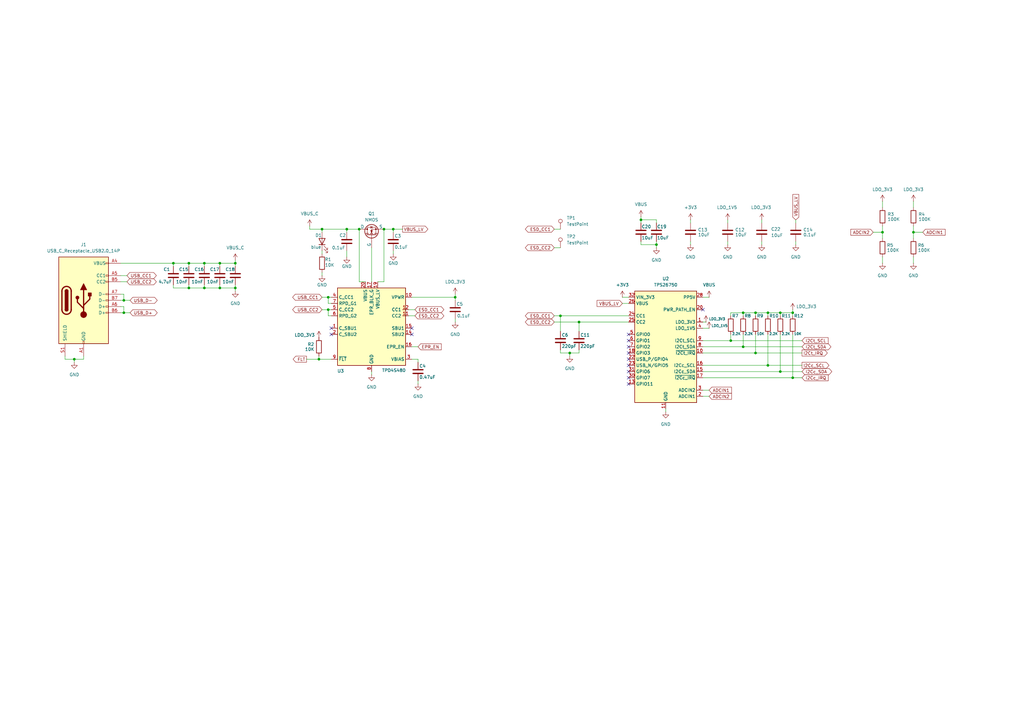
<source format=kicad_sch>
(kicad_sch (version 20250114) (generator "eeschema") (generator_version "9.0")
  (paper "A3")
  (lib_symbols
    (symbol "Connector:TestPoint" (pin_numbers (hide yes)) (pin_names (offset 0.762) (hide yes))
      (property "Reference" "TP" (at 0 6.858 0))
      (property "Value" "TestPoint" (at 0 5.08 0))
      (symbol "TestPoint_0_1"
        (circle (center 0 3.302) (radius 0.762))
      )
      (symbol "TestPoint_1_1"
        (pin passive line (at 0 0 90) (length 2.54) (name "1") (number "1"))
      )
    )
    (symbol "Connector:USB_C_Receptacle_USB2.0_14P" (pin_names (offset 1.016))
      (property "Reference" "J" (at 0 22.225 0))
      (property "Value" "USB_C_Receptacle_USB2.0_14P" (at 0 19.685 0))
      (symbol "USB_C_Receptacle_USB2.0_14P_0_0"
        (rectangle (start -0.254 -17.78) (end 0.254 -16.764))
        (rectangle (start 10.16 15.494) (end 9.144 14.986))
        (rectangle (start 10.16 10.414) (end 9.144 9.906))
        (rectangle (start 10.16 7.874) (end 9.144 7.366))
        (rectangle (start 10.16 2.794) (end 9.144 2.286))
        (rectangle (start 10.16 0.254) (end 9.144 -0.254))
        (rectangle (start 10.16 -2.286) (end 9.144 -2.794))
        (rectangle (start 10.16 -4.826) (end 9.144 -5.334))
      )
      (symbol "USB_C_Receptacle_USB2.0_14P_0_1"
        (rectangle (start -10.16 17.78) (end 10.16 -17.78) (stroke (width 0.254)) (fill (type background)))
        (polyline (pts (xy -8.89 -3.81) (xy -8.89 3.81)) (stroke (width 0.508)))
        (rectangle (start -7.62 -3.81) (end -6.35 3.81) (stroke (width 0.254)) (fill (type outline)))
        (arc (start -7.62 3.81) (mid -6.985 4.4423) (end -6.35 3.81) (stroke (width 0.254)))
        (arc (start -7.62 3.81) (mid -6.985 4.4423) (end -6.35 3.81) (stroke (width 0.254)) (fill (type outline)))
        (arc (start -8.89 3.81) (mid -6.985 5.7067) (end -5.08 3.81) (stroke (width 0.508)))
        (arc (start -5.08 -3.81) (mid -6.985 -5.7067) (end -8.89 -3.81) (stroke (width 0.508)))
        (arc (start -6.35 -3.81) (mid -6.985 -4.4423) (end -7.62 -3.81) (stroke (width 0.254)))
        (arc (start -6.35 -3.81) (mid -6.985 -4.4423) (end -7.62 -3.81) (stroke (width 0.254)) (fill (type outline)))
        (polyline (pts (xy -5.08 3.81) (xy -5.08 -3.81)) (stroke (width 0.508)))
        (circle (center -2.54 1.143) (radius 0.635) (stroke (width 0.254)) (fill (type outline)))
        (polyline (pts (xy -1.27 4.318) (xy 0 6.858) (xy 1.27 4.318) (xy -1.27 4.318)) (stroke (width 0.254)) (fill (type outline)))
        (polyline (pts (xy 0 -2.032) (xy 2.54 0.508) (xy 2.54 1.778)) (stroke (width 0.508)))
        (polyline (pts (xy 0 -3.302) (xy -2.54 -0.762) (xy -2.54 0.508)) (stroke (width 0.508)))
        (polyline (pts (xy 0 -5.842) (xy 0 4.318)) (stroke (width 0.508)))
        (circle (center 0 -5.842) (radius 1.27) (fill (type outline)))
        (rectangle (start 1.905 1.778) (end 3.175 3.048) (stroke (width 0.254)) (fill (type outline)))
      )
      (symbol "USB_C_Receptacle_USB2.0_14P_1_1"
        (pin passive line (at -7.62 -22.86 90) (length 5.08) (name "SHIELD") (number "S1"))
        (pin passive line (at 0 -22.86 90) (length 5.08) (name "GND") (number "A1"))
        (pin passive line (at 0 -22.86 90) (length 5.08) (hide yes) (name "GND") (number "A12"))
        (pin passive line (at 0 -22.86 90) (length 5.08) (hide yes) (name "GND") (number "B1"))
        (pin passive line (at 0 -22.86 90) (length 5.08) (hide yes) (name "GND") (number "B12"))
        (pin passive line (at 15.24 15.24 180) (length 5.08) (name "VBUS") (number "A4"))
        (pin passive line (at 15.24 15.24 180) (length 5.08) (hide yes) (name "VBUS") (number "A9"))
        (pin passive line (at 15.24 15.24 180) (length 5.08) (hide yes) (name "VBUS") (number "B4"))
        (pin passive line (at 15.24 15.24 180) (length 5.08) (hide yes) (name "VBUS") (number "B9"))
        (pin bidirectional line (at 15.24 10.16 180) (length 5.08) (name "CC1") (number "A5"))
        (pin bidirectional line (at 15.24 7.62 180) (length 5.08) (name "CC2") (number "B5"))
        (pin bidirectional line (at 15.24 2.54 180) (length 5.08) (name "D-") (number "A7"))
        (pin bidirectional line (at 15.24 0 180) (length 5.08) (name "D-") (number "B7"))
        (pin bidirectional line (at 15.24 -2.54 180) (length 5.08) (name "D+") (number "A6"))
        (pin bidirectional line (at 15.24 -5.08 180) (length 5.08) (name "D+") (number "B6"))
      )
    )
    (symbol "Device:C" (pin_numbers (hide yes)) (pin_names (offset 0.254))
      (property "Reference" "C" (at 0.635 2.54 0))
      (property "Value" "C" (at 0.635 -2.54 0))
      (symbol "C_0_1"
        (polyline (pts (xy -2.032 0.762) (xy 2.032 0.762)) (stroke (width 0.508)))
        (polyline (pts (xy -2.032 -0.762) (xy 2.032 -0.762)) (stroke (width 0.508)))
      )
      (symbol "C_1_1"
        (pin passive line (at 0 3.81 270) (length 2.794) (name "~") (number "1"))
        (pin passive line (at 0 -3.81 90) (length 2.794) (name "~") (number "2"))
      )
    )
    (symbol "Device:LED" (pin_numbers (hide yes)) (pin_names (offset 1.016) (hide yes))
      (property "Reference" "D" (at 0 2.54 0))
      (property "Value" "LED" (at 0 -2.54 0))
      (symbol "LED_0_1"
        (polyline (pts (xy -3.048 -0.762) (xy -4.572 -2.286) (xy -3.81 -2.286) (xy -4.572 -2.286) (xy -4.572 -1.524)))
        (polyline (pts (xy -1.778 -0.762) (xy -3.302 -2.286) (xy -2.54 -2.286) (xy -3.302 -2.286) (xy -3.302 -1.524)))
        (polyline (pts (xy -1.27 0) (xy 1.27 0)))
        (polyline (pts (xy -1.27 -1.27) (xy -1.27 1.27)) (stroke (width 0.254)))
        (polyline (pts (xy 1.27 -1.27) (xy 1.27 1.27) (xy -1.27 0) (xy 1.27 -1.27)) (stroke (width 0.254)))
      )
      (symbol "LED_1_1"
        (pin passive line (at -3.81 0 0) (length 2.54) (name "K") (number "1"))
        (pin passive line (at 3.81 0 180) (length 2.54) (name "A") (number "2"))
      )
    )
    (symbol "Device:R" (pin_numbers (hide yes)) (pin_names (offset 0))
      (property "Reference" "R" (at 2.032 0 90))
      (property "Value" "R" (at 0 0 90))
      (symbol "R_0_1"
        (rectangle (start -1.016 -2.54) (end 1.016 2.54) (stroke (width 0.254)))
      )
      (symbol "R_1_1"
        (pin passive line (at 0 3.81 270) (length 1.27) (name "~") (number "1"))
        (pin passive line (at 0 -3.81 90) (length 1.27) (name "~") (number "2"))
      )
    )
    (symbol "Simulation_SPICE:NMOS" (pin_numbers (hide yes)) (pin_names (offset 0))
      (property "Reference" "Q" (at 5.08 1.27 0))
      (property "Value" "NMOS" (at 5.08 -1.27 0))
      (symbol "NMOS_0_1"
        (polyline (pts (xy 0.254 1.905) (xy 0.254 -1.905)) (stroke (width 0.254)))
        (polyline (pts (xy 0.254 0) (xy -2.54 0)))
        (polyline (pts (xy 0.762 2.286) (xy 0.762 1.27)) (stroke (width 0.254)))
        (polyline (pts (xy 0.762 0.508) (xy 0.762 -0.508)) (stroke (width 0.254)))
        (polyline (pts (xy 0.762 -1.27) (xy 0.762 -2.286)) (stroke (width 0.254)))
        (polyline (pts (xy 0.762 -1.778) (xy 3.302 -1.778) (xy 3.302 1.778) (xy 0.762 1.778)))
        (polyline (pts (xy 1.016 0) (xy 2.032 0.381) (xy 2.032 -0.381) (xy 1.016 0)) (fill (type outline)))
        (circle (center 1.651 0) (radius 2.794) (stroke (width 0.254)))
        (polyline (pts (xy 2.54 2.54) (xy 2.54 1.778)))
        (circle (center 2.54 1.778) (radius 0.254) (fill (type outline)))
        (circle (center 2.54 -1.778) (radius 0.254) (fill (type outline)))
        (polyline (pts (xy 2.54 -2.54) (xy 2.54 0) (xy 0.762 0)))
        (polyline (pts (xy 2.794 0.508) (xy 2.921 0.381) (xy 3.683 0.381) (xy 3.81 0.254)))
        (polyline (pts (xy 3.302 0.381) (xy 2.921 -0.254) (xy 3.683 -0.254) (xy 3.302 0.381)))
      )
      (symbol "NMOS_1_1"
        (pin input line (at -5.08 0 0) (length 2.54) (name "G") (number "2"))
        (pin passive line (at 2.54 5.08 270) (length 2.54) (name "D") (number "1"))
        (pin passive line (at 2.54 -5.08 90) (length 2.54) (name "S") (number "3"))
      )
    )
    (symbol "kai-library:TPD4S480"
      (property "Reference" "U" (at -9.398 23.114 0))
      (property "Value" "TPD4S480" (at 12.954 -28.956 0))
      (symbol "TPD4S480_0_1"
        (rectangle (start -10.16 21.59) (end 17.78 -10.16) (stroke (width 0.254)) (fill (type background)))
      )
      (symbol "TPD4S480_1_1"
        (pin bidirectional line (at -12.7 17.78 0) (length 2.54) (name "C_CC1") (number "4"))
        (pin bidirectional line (at -12.7 15.24 0) (length 2.54) (name "RPD_G1") (number "7"))
        (pin bidirectional line (at -12.7 12.7 0) (length 2.54) (name "C_CC2") (number "5"))
        (pin bidirectional line (at -12.7 10.16 0) (length 2.54) (name "RPD_G2") (number "6"))
        (pin bidirectional line (at -12.7 5.08 0) (length 2.54) (name "C_SBU1") (number "1"))
        (pin bidirectional line (at -12.7 2.54 0) (length 2.54) (name "C_SBU2") (number "2"))
        (pin open_collector line (at -12.7 -7.62 0) (length 2.54) (name "~{FLT}") (number "9"))
        (pin passive line (at -3.81 -12.7 90) (length 2.54) (hide yes) (name "GND") (number "13"))
        (pin passive line (at -3.81 -12.7 90) (length 2.54) (hide yes) (name "GND") (number "16"))
        (pin passive line (at 0 -12.7 90) (length 2.54) (hide yes) (name "GND") (number "17"))
        (pin passive line (at 0 -12.7 90) (length 2.54) (hide yes) (name "GND") (number "18"))
        (pin passive line (at 0 -12.7 90) (length 2.54) (hide yes) (name "GND") (number "21"))
        (pin output line (at 1.27 24.13 270) (length 2.54) (name "VBUS") (number "20"))
        (pin output line (at 3.81 24.13 270) (length 2.54) (name "EPR_BLK_G") (number "17"))
        (pin power_in line (at 3.81 -12.7 90) (length 2.54) (name "GND") (number "8"))
        (pin output line (at 6.35 24.13 270) (length 2.54) (name "VBUS_LV") (number "19"))
        (pin bidirectional line (at 19.05 12.7 180) (length 2.54) (name "CC1") (number "12"))
        (pin bidirectional line (at 19.05 10.16 180) (length 2.54) (name "CC2") (number "11"))
        (pin power_in line (at 20.32 17.78 180) (length 2.54) (name "VPWR") (number "10"))
        (pin bidirectional line (at 20.32 5.08 180) (length 2.54) (name "SBU1") (number "15"))
        (pin bidirectional line (at 20.32 2.54 180) (length 2.54) (name "SBU2") (number "14"))
        (pin input line (at 20.32 -2.54 180) (length 2.54) (name "EPR_EN") (number "16"))
        (pin passive line (at 20.32 -7.62 180) (length 2.54) (name "VBIAS") (number "3"))
      )
    )
    (symbol "kai-library:TPS26750"
      (property "Reference" "U" (at -12.192 19.304 0))
      (property "Value" "TPS26750" (at 8.382 -34.798 0))
      (symbol "TPS26750_1_1"
        (rectangle (start -12.7 17.78) (end 12.7 -27.94) (stroke (width 0.254)) (fill (type background)))
        (pin power_in line (at -15.24 15.24 0) (length 2.54) (name "VIN_3V3") (number "32"))
        (pin power_in line (at -15.24 12.7 0) (length 2.54) (name "VBUS") (number "26"))
        (pin bidirectional line (at -15.24 7.62 0) (length 2.54) (name "CC1") (number "24"))
        (pin bidirectional line (at -15.24 5.08 0) (length 2.54) (name "CC2") (number "25"))
        (pin bidirectional line (at -15.24 0 0) (length 2.54) (name "GPIO0") (number "5"))
        (pin bidirectional line (at -15.24 -2.54 0) (length 2.54) (name "GPIO1") (number "6"))
        (pin bidirectional line (at -15.24 -5.08 0) (length 2.54) (name "GPIO2") (number "7"))
        (pin bidirectional line (at -15.24 -7.62 0) (length 2.54) (name "GPIO3") (number "18"))
        (pin bidirectional line (at -15.24 -10.16 0) (length 2.54) (name "USB_P/GPIO4") (number "22"))
        (pin bidirectional line (at -15.24 -12.7 0) (length 2.54) (name "USB_N/GPIO5") (number "23"))
        (pin bidirectional line (at -15.24 -15.24 0) (length 2.54) (name "GPIO6") (number "31"))
        (pin bidirectional line (at -15.24 -17.78 0) (length 2.54) (name "GPIO7") (number "30"))
        (pin output line (at -15.24 -20.32 0) (length 2.54) (name "GPIO11") (number "13"))
        (pin power_in line (at 0 -30.48 90) (length 2.54) (name "GND") (number "11"))
        (pin passive line (at 0 -30.48 90) (length 2.54) (hide yes) (name "GND") (number "12"))
        (pin passive line (at 0 -30.48 90) (length 2.54) (hide yes) (name "GND") (number "14"))
        (pin passive line (at 0 -30.48 90) (length 2.54) (hide yes) (name "GND") (number "16"))
        (pin passive line (at 0 -30.48 90) (length 2.54) (hide yes) (name "GND") (number "17"))
        (pin passive line (at 0 -30.48 90) (length 2.54) (hide yes) (name "GND") (number "31"))
        (pin passive line (at 0 -30.48 90) (length 2.54) (hide yes) (name "GND") (number "34"))
        (pin passive line (at 0 -30.48 90) (length 2.54) (hide yes) (name "GND") (number "39"))
        (pin power_in line (at 15.24 15.24 180) (length 2.54) (name "PP5V") (number "28"))
        (pin output line (at 15.24 10.16 180) (length 2.54) (name "PWR_PATH_EN") (number "20"))
        (pin power_out line (at 15.24 5.08 180) (length 2.54) (name "LDO_3V3") (number "1"))
        (pin power_out line (at 15.24 2.54 180) (length 2.54) (name "LDO_1V5") (number "4"))
        (pin input line (at 15.24 -2.54 180) (length 2.54) (name "I2Ct_SCL") (number "9"))
        (pin bidirectional line (at 15.24 -5.08 180) (length 2.54) (name "I2Ct_SDA") (number "8"))
        (pin output line (at 15.24 -7.62 180) (length 2.54) (name "~{I2Ct_IRQ}") (number "10"))
        (pin output line (at 15.24 -12.7 180) (length 2.54) (name "I2Cc_SCL") (number "16"))
        (pin bidirectional line (at 15.24 -15.24 180) (length 2.54) (name "I2Cc_SDA") (number "15"))
        (pin input line (at 15.24 -17.78 180) (length 2.54) (name "~{I2Cc_IRQ}") (number "17"))
        (pin input line (at 15.24 -22.86 180) (length 2.54) (name "ADCIN2") (number "3"))
        (pin input line (at 15.24 -25.4 180) (length 2.54) (name "ADCIN1") (number "2"))
      )
    )
    (symbol "power:+3V3" (power) (pin_numbers (hide yes)) (pin_names (offset 0) (hide yes))
      (property "Value" "+3V3" (at 0 3.556 0))
      (symbol "+3V3_0_1"
        (polyline (pts (xy -0.762 1.27) (xy 0 2.54)))
        (polyline (pts (xy 0 2.54) (xy 0.762 1.27)))
        (polyline (pts (xy 0 0) (xy 0 2.54)))
      )
      (symbol "+3V3_1_1"
        (pin power_in line (at 0 0 90) (length 0) (name "~") (number "1"))
      )
    )
    (symbol "power:GND" (power) (pin_numbers (hide yes)) (pin_names (offset 0) (hide yes))
      (property "Value" "GND" (at 0 -3.81 0))
      (symbol "GND_0_1"
        (polyline (pts (xy 0 0) (xy 0 -1.27) (xy 1.27 -1.27) (xy 0 -2.54) (xy -1.27 -1.27) (xy 0 -1.27)))
      )
      (symbol "GND_1_1"
        (pin power_in line (at 0 0 270) (length 0) (name "~") (number "1"))
      )
    )
    (symbol "power:VBUS" (power) (pin_numbers (hide yes)) (pin_names (offset 0) (hide yes))
      (property "Value" "VBUS" (at 0 3.556 0))
      (symbol "VBUS_0_1"
        (polyline (pts (xy -0.762 1.27) (xy 0 2.54)))
        (polyline (pts (xy 0 2.54) (xy 0.762 1.27)))
        (polyline (pts (xy 0 0) (xy 0 2.54)))
      )
      (symbol "VBUS_1_1"
        (pin power_in line (at 0 0 90) (length 0) (name "~") (number "1"))
      )
    )
  )
  (junction (at 229.87 129.54))
  (junction (at 374.65 95.25))
  (junction (at 134.62 121.92))
  (junction (at 157.48 93.98))
  (junction (at 132.08 93.98))
  (junction (at 96.52 118.11))
  (junction (at 142.24 93.98))
  (junction (at 320.04 152.4))
  (junction (at 309.88 144.78))
  (junction (at 314.96 149.86))
  (junction (at 134.62 127))
  (junction (at 147.32 93.98))
  (junction (at 30.48 147.32))
  (junction (at 304.8 128.27))
  (junction (at 237.49 132.08))
  (junction (at 77.47 107.95))
  (junction (at 325.12 154.94))
  (junction (at 50.8 123.19))
  (junction (at 325.12 128.27))
  (junction (at 320.04 128.27))
  (junction (at 309.88 128.27))
  (junction (at 50.8 128.27))
  (junction (at 186.69 121.92))
  (junction (at 262.89 90.17))
  (junction (at 90.17 107.95))
  (junction (at 304.8 142.24))
  (junction (at 83.82 118.11))
  (junction (at 83.82 107.95))
  (junction (at 299.72 139.7))
  (junction (at 314.96 128.27))
  (junction (at 90.17 118.11))
  (junction (at 71.12 107.95))
  (junction (at 130.81 147.32))
  (junction (at 269.24 100.33))
  (junction (at 361.95 95.25))
  (junction (at 161.29 93.98))
  (junction (at 233.68 144.78))
  (junction (at 96.52 107.95))
  (junction (at 77.47 118.11))
  (no_connect (at 257.81 149.86))
  (no_connect (at 257.81 144.78))
  (no_connect (at 257.81 157.48))
  (no_connect (at 257.81 152.4))
  (no_connect (at 288.29 127))
  (no_connect (at 168.91 134.62))
  (no_connect (at 135.89 134.62))
  (no_connect (at 257.81 137.16))
  (no_connect (at 135.89 137.16))
  (no_connect (at 257.81 154.94))
  (no_connect (at 168.91 137.16))
  (no_connect (at 257.81 139.7))
  (no_connect (at 257.81 142.24))
  (no_connect (at 257.81 147.32))
  (wire (pts (xy 132.08 127) (xy 134.62 127)))
  (wire (pts (xy 378.46 95.25) (xy 374.65 95.25)))
  (wire (pts (xy 161.29 93.98) (xy 161.29 95.25)))
  (wire (pts (xy 325.12 128.27) (xy 320.04 128.27)))
  (wire (pts (xy 186.69 132.08) (xy 186.69 130.81)))
  (wire (pts (xy 83.82 107.95) (xy 77.47 107.95)))
  (wire (pts (xy 229.87 129.54) (xy 229.87 135.89)))
  (wire (pts (xy 290.83 162.56) (xy 288.29 162.56)))
  (wire (pts (xy 237.49 132.08) (xy 257.81 132.08)))
  (wire (pts (xy 374.65 95.25) (xy 374.65 97.79)))
  (wire (pts (xy 125.73 147.32) (xy 130.81 147.32)))
  (wire (pts (xy 135.89 129.54) (xy 134.62 129.54)))
  (wire (pts (xy 52.07 115.57) (xy 49.53 115.57)))
  (wire (pts (xy 134.62 121.92) (xy 135.89 121.92)))
  (wire (pts (xy 127 92.71) (xy 127 93.98)))
  (wire (pts (xy 262.89 90.17) (xy 262.89 91.44)))
  (wire (pts (xy 52.07 113.03) (xy 49.53 113.03)))
  (wire (pts (xy 309.88 137.16) (xy 309.88 144.78)))
  (wire (pts (xy 320.04 128.27) (xy 314.96 128.27)))
  (wire (pts (xy 132.08 93.98) (xy 142.24 93.98)))
  (wire (pts (xy 298.45 90.17) (xy 298.45 91.44)))
  (wire (pts (xy 314.96 128.27) (xy 314.96 129.54)))
  (wire (pts (xy 83.82 107.95) (xy 83.82 109.22)))
  (wire (pts (xy 71.12 109.22) (xy 71.12 107.95)))
  (wire (pts (xy 170.18 127) (xy 167.64 127)))
  (wire (pts (xy 358.14 95.25) (xy 361.95 95.25)))
  (wire (pts (xy 96.52 106.68) (xy 96.52 107.95)))
  (wire (pts (xy 90.17 107.95) (xy 90.17 109.22)))
  (wire (pts (xy 290.83 160.02) (xy 288.29 160.02)))
  (wire (pts (xy 152.4 153.67) (xy 152.4 152.4)))
  (wire (pts (xy 132.08 121.92) (xy 134.62 121.92)))
  (wire (pts (xy 269.24 100.33) (xy 269.24 101.6)))
  (wire (pts (xy 325.12 137.16) (xy 325.12 154.94)))
  (wire (pts (xy 142.24 93.98) (xy 147.32 93.98)))
  (wire (pts (xy 255.27 124.46) (xy 257.81 124.46)))
  (wire (pts (xy 229.87 93.98) (xy 227.33 93.98)))
  (wire (pts (xy 227.33 132.08) (xy 237.49 132.08)))
  (wire (pts (xy 26.67 146.05) (xy 26.67 147.32)))
  (wire (pts (xy 77.47 107.95) (xy 77.47 109.22)))
  (wire (pts (xy 289.56 132.08) (xy 288.29 132.08)))
  (wire (pts (xy 71.12 118.11) (xy 71.12 116.84)))
  (wire (pts (xy 229.87 144.78) (xy 229.87 143.51)))
  (wire (pts (xy 269.24 100.33) (xy 262.89 100.33)))
  (wire (pts (xy 233.68 146.05) (xy 233.68 144.78)))
  (wire (pts (xy 320.04 137.16) (xy 320.04 152.4)))
  (wire (pts (xy 325.12 128.27) (xy 325.12 129.54)))
  (wire (pts (xy 186.69 121.92) (xy 186.69 123.19)))
  (wire (pts (xy 50.8 128.27) (xy 53.34 128.27)))
  (wire (pts (xy 290.83 134.62) (xy 288.29 134.62)))
  (wire (pts (xy 154.94 115.57) (xy 157.48 115.57)))
  (wire (pts (xy 171.45 142.24) (xy 168.91 142.24)))
  (wire (pts (xy 49.53 120.65) (xy 50.8 120.65)))
  (wire (pts (xy 237.49 143.51) (xy 237.49 144.78)))
  (wire (pts (xy 49.53 128.27) (xy 50.8 128.27)))
  (wire (pts (xy 304.8 137.16) (xy 304.8 142.24)))
  (wire (pts (xy 83.82 118.11) (xy 90.17 118.11)))
  (wire (pts (xy 132.08 102.87) (xy 132.08 104.14)))
  (wire (pts (xy 229.87 129.54) (xy 257.81 129.54)))
  (wire (pts (xy 227.33 129.54) (xy 229.87 129.54)))
  (wire (pts (xy 288.29 139.7) (xy 299.72 139.7)))
  (wire (pts (xy 374.65 92.71) (xy 374.65 95.25)))
  (wire (pts (xy 90.17 118.11) (xy 96.52 118.11)))
  (wire (pts (xy 157.48 93.98) (xy 161.29 93.98)))
  (wire (pts (xy 320.04 152.4) (xy 328.93 152.4)))
  (wire (pts (xy 290.83 121.92) (xy 288.29 121.92)))
  (wire (pts (xy 309.88 128.27) (xy 304.8 128.27)))
  (wire (pts (xy 288.29 144.78) (xy 309.88 144.78)))
  (wire (pts (xy 312.42 100.33) (xy 312.42 99.06)))
  (wire (pts (xy 168.91 121.92) (xy 186.69 121.92)))
  (wire (pts (xy 161.29 104.14) (xy 161.29 102.87)))
  (wire (pts (xy 30.48 147.32) (xy 34.29 147.32)))
  (wire (pts (xy 374.65 105.41) (xy 374.65 107.95)))
  (wire (pts (xy 227.33 101.6) (xy 229.87 101.6)))
  (wire (pts (xy 135.89 124.46) (xy 134.62 124.46)))
  (wire (pts (xy 233.68 144.78) (xy 229.87 144.78)))
  (wire (pts (xy 361.95 82.55) (xy 361.95 85.09)))
  (wire (pts (xy 255.27 121.92) (xy 257.81 121.92)))
  (wire (pts (xy 96.52 119.38) (xy 96.52 118.11)))
  (wire (pts (xy 142.24 93.98) (xy 142.24 95.25)))
  (wire (pts (xy 288.29 154.94) (xy 325.12 154.94)))
  (wire (pts (xy 309.88 144.78) (xy 328.93 144.78)))
  (wire (pts (xy 273.05 168.91) (xy 273.05 167.64)))
  (wire (pts (xy 320.04 128.27) (xy 320.04 129.54)))
  (wire (pts (xy 90.17 107.95) (xy 83.82 107.95)))
  (wire (pts (xy 299.72 128.27) (xy 299.72 129.54)))
  (wire (pts (xy 314.96 137.16) (xy 314.96 149.86)))
  (wire (pts (xy 269.24 91.44) (xy 269.24 90.17)))
  (wire (pts (xy 314.96 149.86) (xy 328.93 149.86)))
  (wire (pts (xy 233.68 144.78) (xy 237.49 144.78)))
  (wire (pts (xy 374.65 82.55) (xy 374.65 85.09)))
  (wire (pts (xy 325.12 127) (xy 325.12 128.27)))
  (wire (pts (xy 147.32 93.98) (xy 147.32 115.57)))
  (wire (pts (xy 134.62 127) (xy 135.89 127)))
  (wire (pts (xy 132.08 111.76) (xy 132.08 113.03)))
  (wire (pts (xy 326.39 91.44) (xy 326.39 90.17)))
  (wire (pts (xy 90.17 116.84) (xy 90.17 118.11)))
  (wire (pts (xy 157.48 93.98) (xy 157.48 115.57)))
  (wire (pts (xy 34.29 146.05) (xy 34.29 147.32)))
  (wire (pts (xy 325.12 154.94) (xy 328.93 154.94)))
  (wire (pts (xy 130.81 147.32) (xy 135.89 147.32)))
  (wire (pts (xy 127 93.98) (xy 132.08 93.98)))
  (wire (pts (xy 312.42 90.17) (xy 312.42 91.44)))
  (wire (pts (xy 96.52 116.84) (xy 96.52 118.11)))
  (wire (pts (xy 326.39 99.06) (xy 326.39 100.33)))
  (wire (pts (xy 83.82 116.84) (xy 83.82 118.11)))
  (wire (pts (xy 269.24 90.17) (xy 262.89 90.17)))
  (wire (pts (xy 134.62 124.46) (xy 134.62 121.92)))
  (wire (pts (xy 361.95 95.25) (xy 361.95 97.79)))
  (wire (pts (xy 283.21 99.06) (xy 283.21 100.33)))
  (wire (pts (xy 299.72 137.16) (xy 299.72 139.7)))
  (wire (pts (xy 171.45 147.32) (xy 168.91 147.32)))
  (wire (pts (xy 186.69 120.65) (xy 186.69 121.92)))
  (wire (pts (xy 77.47 107.95) (xy 71.12 107.95)))
  (wire (pts (xy 30.48 148.59) (xy 30.48 147.32)))
  (wire (pts (xy 262.89 88.9) (xy 262.89 90.17)))
  (wire (pts (xy 361.95 105.41) (xy 361.95 107.95)))
  (wire (pts (xy 361.95 92.71) (xy 361.95 95.25)))
  (wire (pts (xy 171.45 157.48) (xy 171.45 156.21)))
  (wire (pts (xy 77.47 116.84) (xy 77.47 118.11)))
  (wire (pts (xy 96.52 107.95) (xy 96.52 109.22)))
  (wire (pts (xy 132.08 93.98) (xy 132.08 95.25)))
  (wire (pts (xy 71.12 118.11) (xy 77.47 118.11)))
  (wire (pts (xy 149.86 115.57) (xy 147.32 115.57)))
  (wire (pts (xy 130.81 146.05) (xy 130.81 147.32)))
  (wire (pts (xy 309.88 128.27) (xy 309.88 129.54)))
  (wire (pts (xy 170.18 129.54) (xy 167.64 129.54)))
  (wire (pts (xy 152.4 101.6) (xy 152.4 115.57)))
  (wire (pts (xy 50.8 128.27) (xy 50.8 125.73)))
  (wire (pts (xy 142.24 102.87) (xy 142.24 105.41)))
  (wire (pts (xy 26.67 147.32) (xy 30.48 147.32)))
  (wire (pts (xy 269.24 99.06) (xy 269.24 100.33)))
  (wire (pts (xy 262.89 100.33) (xy 262.89 99.06)))
  (wire (pts (xy 50.8 120.65) (xy 50.8 123.19)))
  (wire (pts (xy 171.45 148.59) (xy 171.45 147.32)))
  (wire (pts (xy 161.29 93.98) (xy 165.1 93.98)))
  (wire (pts (xy 49.53 123.19) (xy 50.8 123.19)))
  (wire (pts (xy 83.82 118.11) (xy 77.47 118.11)))
  (wire (pts (xy 96.52 107.95) (xy 90.17 107.95)))
  (wire (pts (xy 298.45 99.06) (xy 298.45 100.33)))
  (wire (pts (xy 134.62 129.54) (xy 134.62 127)))
  (wire (pts (xy 288.29 149.86) (xy 314.96 149.86)))
  (wire (pts (xy 288.29 152.4) (xy 320.04 152.4)))
  (wire (pts (xy 50.8 123.19) (xy 53.34 123.19)))
  (wire (pts (xy 314.96 128.27) (xy 309.88 128.27)))
  (wire (pts (xy 304.8 142.24) (xy 328.93 142.24)))
  (wire (pts (xy 49.53 125.73) (xy 50.8 125.73)))
  (wire (pts (xy 299.72 139.7) (xy 328.93 139.7)))
  (wire (pts (xy 237.49 132.08) (xy 237.49 135.89)))
  (wire (pts (xy 283.21 91.44) (xy 283.21 90.17)))
  (wire (pts (xy 304.8 128.27) (xy 304.8 129.54)))
  (wire (pts (xy 288.29 142.24) (xy 304.8 142.24)))
  (wire (pts (xy 304.8 128.27) (xy 299.72 128.27)))
  (wire (pts (xy 71.12 107.95) (xy 49.53 107.95)))
  (global_label "USB_CC2" (shape bidirectional) (at 52.07 115.57 0) (property "Intersheetrefs" "${INTERSHEET_REFS}" (effects (hide yes))))
  (global_label "ESD_CC1" (shape bidirectional) (at 227.33 93.98 180) (property "Intersheetrefs" "${INTERSHEET_REFS}" (effects (hide yes))))
  (global_label "USB_D-" (shape bidirectional) (at 53.34 123.19 0) (property "Intersheetrefs" "${INTERSHEET_REFS}" (effects (hide yes))))
  (global_label "ESD_CC2" (shape bidirectional) (at 170.18 129.54 0) (property "Intersheetrefs" "${INTERSHEET_REFS}" (effects (hide yes))))
  (global_label "EPR_EN" (shape input) (at 171.45 142.24 0) (property "Intersheetrefs" "${INTERSHEET_REFS}" (effects (hide yes))))
  (global_label "VBUS_LV" (shape output) (at 165.1 93.98 0) (property "Intersheetrefs" "${INTERSHEET_REFS}" (effects (hide yes))))
  (global_label "ADCIN2" (shape input) (at 358.14 95.25 180) (property "Intersheetrefs" "${INTERSHEET_REFS}" (effects (hide yes))))
  (global_label "I2Cc_SCL" (shape output) (at 328.93 149.86 0) (property "Intersheetrefs" "${INTERSHEET_REFS}" (effects (hide yes))))
  (global_label "I2Cc_IRQ" (shape input) (at 328.93 154.94 0) (property "Intersheetrefs" "${INTERSHEET_REFS}" (effects (hide yes))))
  (global_label "USB_CC1" (shape bidirectional) (at 52.07 113.03 0) (property "Intersheetrefs" "${INTERSHEET_REFS}" (effects (hide yes))))
  (global_label "USB_D+" (shape bidirectional) (at 53.34 128.27 0) (property "Intersheetrefs" "${INTERSHEET_REFS}" (effects (hide yes))))
  (global_label "ADCIN1" (shape input) (at 378.46 95.25 0) (property "Intersheetrefs" "${INTERSHEET_REFS}" (effects (hide yes))))
  (global_label "VBUS_LV" (shape input) (at 255.27 124.46 180) (property "Intersheetrefs" "${INTERSHEET_REFS}" (effects (hide yes))))
  (global_label "ADCIN1" (shape input) (at 290.83 160.02 0) (property "Intersheetrefs" "${INTERSHEET_REFS}" (effects (hide yes))))
  (global_label "ESD_CC2" (shape bidirectional) (at 227.33 132.08 180) (property "Intersheetrefs" "${INTERSHEET_REFS}" (effects (hide yes))))
  (global_label "USB_CC2" (shape bidirectional) (at 132.08 127 180) (property "Intersheetrefs" "${INTERSHEET_REFS}" (effects (hide yes))))
  (global_label "I2Ct_SDA" (shape bidirectional) (at 328.93 142.24 0) (property "Intersheetrefs" "${INTERSHEET_REFS}" (effects (hide yes))))
  (global_label "ESD_CC2" (shape bidirectional) (at 227.33 101.6 180) (property "Intersheetrefs" "${INTERSHEET_REFS}" (effects (hide yes))))
  (global_label "I2Ct_SCL" (shape input) (at 328.93 139.7 0) (property "Intersheetrefs" "${INTERSHEET_REFS}" (effects (hide yes))))
  (global_label "ADCIN2" (shape input) (at 290.83 162.56 0) (property "Intersheetrefs" "${INTERSHEET_REFS}" (effects (hide yes))))
  (global_label "FLT" (shape output) (at 125.73 147.32 180) (property "Intersheetrefs" "${INTERSHEET_REFS}" (effects (hide yes))))
  (global_label "USB_CC1" (shape bidirectional) (at 132.08 121.92 180) (property "Intersheetrefs" "${INTERSHEET_REFS}" (effects (hide yes))))
  (global_label "ESD_CC1" (shape bidirectional) (at 170.18 127 0) (property "Intersheetrefs" "${INTERSHEET_REFS}" (effects (hide yes))))
  (global_label "I2Cc_SDA" (shape bidirectional) (at 328.93 152.4 0) (property "Intersheetrefs" "${INTERSHEET_REFS}" (effects (hide yes))))
  (global_label "ESD_CC1" (shape bidirectional) (at 227.33 129.54 180) (property "Intersheetrefs" "${INTERSHEET_REFS}" (effects (hide yes))))
  (global_label "I2Ct_IRQ" (shape output) (at 328.93 144.78 0) (property "Intersheetrefs" "${INTERSHEET_REFS}" (effects (hide yes))))
  (global_label "VBUS_LV" (shape input) (at 326.39 90.17 90) (property "Intersheetrefs" "${INTERSHEET_REFS}" (effects (hide yes))))
  (symbol (lib_id "Device:C") (at 229.87 139.7 0) (unit 1)
    (property "Reference" "C6" (at 230.378 137.414 0) (effects (justify left)))
    (property "Value" "220pF" (at 230.378 141.986 0) (effects (justify left)))
    (property "Description" "Unpolarized capacitor" (effects (hide yes)))
  )
  (symbol (lib_id "Device:C") (at 283.21 95.25 0) (unit 1)
    (property "Reference" "C13" (at 286.258 94.234 0) (effects (justify left)))
    (property "Value" "10uF" (at 286.258 96.266 0) (effects (justify left)))
    (property "Description" "Unpolarized capacitor" (effects (hide yes)))
  )
  (symbol (lib_id "power:+3V3") (at 325.12 127 0) (unit 1)
    (property "Reference" "#PWR029" (effects (hide yes)))
    (property "Value" "LDO_3V3" (at 330.708 125.73 0))
    (property "Description" "Power symbol creates a global label with name \"+3V3\"" (effects (hide yes)))
  )
  (symbol (lib_id "Device:C") (at 171.45 152.4 0) (unit 1)
    (property "Reference" "C4" (at 171.958 150.114 0) (effects (justify left)))
    (property "Value" "0.47uF" (at 171.958 154.686 0) (effects (justify left)))
    (property "Description" "Unpolarized capacitor" (effects (hide yes)))
  )
  (symbol (lib_id "Device:R") (at 132.08 107.95 180) (unit 1)
    (property "Reference" "R1" (at 135.89 106.426 0) (effects (justify left)))
    (property "Value" "10K" (at 137.16 108.712 0) (effects (justify left)))
    (property "Description" "Resistor" (effects (hide yes)))
  )
  (symbol (lib_id "power:+3V3") (at 312.42 90.17 0) (unit 1)
    (property "Reference" "#PWR011" (effects (hide yes)))
    (property "Value" "LDO_3V3" (at 312.166 85.09 0))
    (property "Description" "Power symbol creates a global label with name \"+3V3\"" (effects (hide yes)))
  )
  (symbol (lib_id "power:VBUS") (at 262.89 88.9 0) (unit 1)
    (property "Reference" "#PWR035" (effects (hide yes)))
    (property "Value" "VBUS" (at 262.89 83.82 0))
    (property "Description" "Power symbol creates a global label with name \"VBUS\"" (effects (hide yes)))
  )
  (symbol (lib_id "Device:R") (at 361.95 88.9 0) (unit 1)
    (property "Reference" "R3" (at 363.982 87.884 0) (effects (justify left)))
    (property "Value" "100K" (at 363.982 89.916 0) (effects (justify left)))
    (property "Description" "Resistor" (effects (hide yes)))
  )
  (symbol (lib_id "Device:R") (at 304.8 133.35 0) (unit 1)
    (property "Reference" "R8" (at 305.308 129.54 0) (effects (justify left)))
    (property "Value" "2.2K" (at 305.308 136.906 0) (effects (font (size 1.016 1.016)) (justify left)))
    (property "Description" "Resistor" (effects (hide yes)))
  )
  (symbol (lib_id "Device:C") (at 262.89 95.25 0) (unit 1)
    (property "Reference" "C20" (at 263.144 92.964 0) (effects (justify left)))
    (property "Value" "10uF" (at 263.144 97.536 0) (effects (justify left)))
    (property "Description" "Unpolarized capacitor" (effects (hide yes)))
  )
  (symbol (lib_id "power:GND") (at 269.24 101.6 0) (unit 1)
    (property "Reference" "#PWR033" (effects (hide yes)))
    (property "Value" "GND" (at 269.24 106.68 0))
    (property "Description" "Power symbol creates a global label with name \"GND\" , ground" (effects (hide yes)))
  )
  (symbol (lib_id "power:+3V3") (at 186.69 120.65 0) (unit 1)
    (property "Reference" "#PWR016" (effects (hide yes)))
    (property "Value" "LDO_3V3" (at 186.69 115.57 0))
    (property "Description" "Power symbol creates a global label with name \"+3V3\"" (effects (hide yes)))
  )
  (symbol (lib_id "Device:C") (at 142.24 99.06 0) (unit 1)
    (property "Reference" "C2" (at 139.192 96.52 0) (effects (justify left)))
    (property "Value" "0.1uF" (at 136.144 101.6 0) (effects (justify left)))
    (property "Description" "Unpolarized capacitor" (effects (hide yes)))
  )
  (symbol (lib_id "Device:C") (at 77.47 113.03 0) (unit 1)
    (property "Reference" "C15" (at 73.406 110.49 0) (effects (justify left)))
    (property "Value" "10nF" (at 72.136 115.57 0) (effects (justify left)))
    (property "Description" "Unpolarized capacitor" (effects (hide yes)))
  )
  (symbol (lib_id "kai-library:TPS26750") (at 273.05 137.16 0) (unit 1)
    (property "Reference" "U2" (at 273.05 114.3 0))
    (property "Value" "TPS26750" (at 273.05 116.84 0))
    (property "Footprint" "Package_DFN_QFN:VQFN-32-1EP_4x4mm_P0.4mm_EP2.8x2.8mm_ThermalVias" (effects (hide yes)))
    (property "Datasheet" "https://www.ti.com/lit/ds/symlink/tps26750.pdf?ts=1761278028610&ref_url=https%253A%252F%252Fwww.ti.com%252Fproduct%252FTPS26750" (effects (hide yes)))
    (property "Description" "TPS26750 USB Type-C® and USB PD Controller With Integrated Power Switches Optimized for Power Applications" (effects (hide yes)))
  )
  (symbol (lib_id "power:GND") (at 152.4 153.67 0) (unit 1)
    (property "Reference" "#PWR08" (effects (hide yes)))
    (property "Value" "GND" (at 152.4 158.75 0))
    (property "Description" "Power symbol creates a global label with name \"GND\" , ground" (effects (hide yes)))
  )
  (symbol (lib_id "power:GND") (at 283.21 100.33 0) (unit 1)
    (property "Reference" "#PWR032" (effects (hide yes)))
    (property "Value" "GND" (at 283.21 105.41 0))
    (property "Description" "Power symbol creates a global label with name \"GND\" , ground" (effects (hide yes)))
  )
  (symbol (lib_id "Device:C") (at 312.42 95.25 0) (unit 1)
    (property "Reference" "C22" (at 316.23 93.9799 0) (effects (justify left)))
    (property "Value" "10uF" (at 316.23 96.5199 0) (effects (justify left)))
    (property "Description" "Unpolarized capacitor" (effects (hide yes)))
  )
  (symbol (lib_id "power:GND") (at 132.08 113.03 0) (unit 1)
    (property "Reference" "#PWR017" (effects (hide yes)))
    (property "Value" "GND" (at 132.08 116.84 0))
    (property "Description" "Power symbol creates a global label with name \"GND\" , ground" (effects (hide yes)))
  )
  (symbol (lib_id "kai-library:TPD4S480") (at 148.59 139.7 0) (unit 1)
    (property "Reference" "U3" (at 139.7 152.146 0))
    (property "Value" "TPD4S480" (at 161.544 151.892 0))
    (property "Footprint" "Package_DFN_QFN:WQFN-20-1EP_3x3mm_P0.4mm_EP1.7x1.7mm_ThermalVias" (effects (hide yes)))
    (property "Datasheet" "https://www.ti.com/lit/ds/symlink/tpd4s480.pdf?ts=1761346224525&ref_url=https%253A%252F%252Fwww.ti.com%252Fproduct%252FTPD4S480" (effects (hide yes)))
    (property "Description" "TPD4S480 USB Type-C® 48V EPR Port Protector: Short-to-VBUS Overvoltage and IEC ESD Protection" (effects (hide yes)))
  )
  (symbol (lib_id "power:GND") (at 186.69 132.08 0) (unit 1)
    (property "Reference" "#PWR015" (effects (hide yes)))
    (property "Value" "GND" (at 186.69 137.16 0))
    (property "Description" "Power symbol creates a global label with name \"GND\" , ground" (effects (hide yes)))
  )
  (symbol (lib_id "Device:R") (at 314.96 133.35 0) (unit 1)
    (property "Reference" "R10" (at 315.468 129.54 0) (effects (justify left)))
    (property "Value" "2.2K" (at 315.468 136.906 0) (effects (font (size 1.016 1.016)) (justify left)))
    (property "Description" "Resistor" (effects (hide yes)))
  )
  (symbol (lib_id "power:GND") (at 312.42 100.33 0) (unit 1)
    (property "Reference" "#PWR022" (effects (hide yes)))
    (property "Value" "GND" (at 312.42 105.41 0))
    (property "Description" "Power symbol creates a global label with name \"GND\" , ground" (effects (hide yes)))
  )
  (symbol (lib_id "Device:R") (at 374.65 88.9 0) (unit 1)
    (property "Reference" "R4" (at 376.682 87.884 0) (effects (justify left)))
    (property "Value" "100K" (at 376.682 89.916 0) (effects (justify left)))
    (property "Description" "Resistor" (effects (hide yes)))
  )
  (symbol (lib_id "power:GND") (at 273.05 168.91 0) (unit 1)
    (property "Reference" "#PWR021" (effects (hide yes)))
    (property "Value" "GND" (at 273.05 173.99 0))
    (property "Description" "Power symbol creates a global label with name \"GND\" , ground" (effects (hide yes)))
  )
  (symbol (lib_id "power:+3V3") (at 290.83 134.62 0) (unit 1)
    (property "Reference" "#PWR026" (effects (hide yes)))
    (property "Value" "LDO_1V5" (at 295.148 133.604 0) (effects (font (size 1.016 1.016))))
    (property "Description" "Power symbol creates a global label with name \"+3V3\"" (effects (hide yes)))
  )
  (symbol (lib_id "power:VBUS") (at 290.83 121.92 0) (unit 1)
    (property "Reference" "#PWR034" (effects (hide yes)))
    (property "Value" "VBUS" (at 290.83 116.84 0))
    (property "Description" "Power symbol creates a global label with name \"VBUS\"" (effects (hide yes)))
  )
  (symbol (lib_id "Device:C") (at 96.52 113.03 0) (unit 1)
    (property "Reference" "C18" (at 92.456 110.49 0) (effects (justify left)))
    (property "Value" "10nF" (at 91.186 115.57 0) (effects (justify left)))
    (property "Description" "Unpolarized capacitor" (effects (hide yes)))
  )
  (symbol (lib_id "Simulation_SPICE:NMOS") (at 152.4 96.52 90) (unit 1)
    (property "Reference" "Q1" (at 152.4 87.63 90))
    (property "Value" "NMOS" (at 152.4 90.17 90))
    (property "Datasheet" "https://ngspice.sourceforge.io/docs/ngspice-html-manual/manual.xhtml#cha_MOSFETs" (effects (hide yes)))
    (property "Description" "N-MOSFET transistor, drain/source/gate" (effects (hide yes)))
    (property "Sim.Device" "NMOS" (effects (hide yes)))
    (property "Sim.Type" "VDMOS" (effects (hide yes)))
    (property "Sim.Pins" "1=D 2=G 3=S" (effects (hide yes)))
  )
  (symbol (lib_id "power:+3V3") (at 361.95 82.55 0) (unit 1)
    (property "Reference" "#PWR028" (effects (hide yes)))
    (property "Value" "LDO_3V3" (at 361.95 77.724 0))
    (property "Description" "Power symbol creates a global label with name \"+3V3\"" (effects (hide yes)))
  )
  (symbol (lib_id "Device:R") (at 325.12 133.35 0) (unit 1)
    (property "Reference" "R12" (at 325.628 129.54 0) (effects (justify left)))
    (property "Value" "10K" (at 325.628 136.906 0) (effects (font (size 1.016 1.016)) (justify left)))
    (property "Description" "Resistor" (effects (hide yes)))
  )
  (symbol (lib_id "power:GND") (at 374.65 107.95 0) (unit 1)
    (property "Reference" "#PWR020" (effects (hide yes)))
    (property "Value" "GND" (at 374.65 113.03 0))
    (property "Description" "Power symbol creates a global label with name \"GND\" , ground" (effects (hide yes)))
  )
  (symbol (lib_id "Device:C") (at 298.45 95.25 0) (unit 1)
    (property "Reference" "C12" (at 301.498 94.234 0) (effects (justify left)))
    (property "Value" "10uF" (at 301.498 96.266 0) (effects (justify left)))
    (property "Description" "Unpolarized capacitor" (effects (hide yes)))
  )
  (symbol (lib_id "Device:LED") (at 132.08 99.06 90) (unit 1)
    (property "Reference" "D1" (at 129.286 96.52 90) (effects (justify right)))
    (property "Value" "blue" (at 127.508 101.346 90) (effects (justify right)))
    (property "Description" "Light emitting diode" (effects (hide yes)))
    (property "Sim.Pins" "1=K 2=A" (effects (hide yes)))
  )
  (symbol (lib_id "Device:R") (at 320.04 133.35 0) (unit 1)
    (property "Reference" "R11" (at 320.548 129.54 0) (effects (justify left)))
    (property "Value" "2.2K" (at 320.548 136.906 0) (effects (font (size 1.016 1.016)) (justify left)))
    (property "Description" "Resistor" (effects (hide yes)))
  )
  (symbol (lib_id "Device:C") (at 71.12 113.03 0) (unit 1)
    (property "Reference" "C1" (at 67.056 110.49 0) (effects (justify left)))
    (property "Value" "4.7uF" (at 65.024 115.57 0) (effects (justify left)))
    (property "Description" "Unpolarized capacitor" (effects (hide yes)))
  )
  (symbol (lib_id "power:GND") (at 96.52 119.38 0) (unit 1)
    (property "Reference" "#PWR09" (effects (hide yes)))
    (property "Value" "GND" (at 96.52 124.46 0))
    (property "Description" "Power symbol creates a global label with name \"GND\" , ground" (effects (hide yes)))
  )
  (symbol (lib_id "Device:C") (at 161.29 99.06 0) (unit 1)
    (property "Reference" "C3" (at 161.798 96.774 0) (effects (justify left)))
    (property "Value" "0.1uF" (at 161.798 101.346 0) (effects (justify left)))
    (property "Description" "Unpolarized capacitor" (effects (hide yes)))
  )
  (symbol (lib_id "Device:R") (at 130.81 142.24 0) (unit 1)
    (property "Reference" "R2" (at 127.508 141.224 0))
    (property "Value" "10K" (at 127 143.256 0))
    (property "Description" "Resistor" (effects (hide yes)))
  )
  (symbol (lib_id "power:GND") (at 161.29 104.14 0) (unit 1)
    (property "Reference" "#PWR010" (effects (hide yes)))
    (property "Value" "GND" (at 161.29 107.95 0))
    (property "Description" "Power symbol creates a global label with name \"GND\" , ground" (effects (hide yes)))
  )
  (symbol (lib_id "power:+3V3") (at 374.65 82.55 0) (unit 1)
    (property "Reference" "#PWR019" (effects (hide yes)))
    (property "Value" "LDO_3V3" (at 374.65 77.724 0))
    (property "Description" "Power symbol creates a global label with name \"+3V3\"" (effects (hide yes)))
  )
  (symbol (lib_id "power:+3V3") (at 130.81 138.43 0) (unit 1)
    (property "Reference" "#PWR05" (effects (hide yes)))
    (property "Value" "LDO_3V3" (at 124.968 137.414 0))
    (property "Description" "Power symbol creates a global label with name \"+3V3\"" (effects (hide yes)))
  )
  (symbol (lib_id "power:VBUS") (at 96.52 106.68 0) (unit 1)
    (property "Reference" "#PWR04" (effects (hide yes)))
    (property "Value" "VBUS_C" (at 96.52 101.6 0))
    (property "Description" "Power symbol creates a global label with name \"VBUS\"" (effects (hide yes)))
  )
  (symbol (lib_id "Device:C") (at 269.24 95.25 0) (unit 1)
    (property "Reference" "C19" (at 269.494 92.964 0) (effects (justify left)))
    (property "Value" "10uF" (at 269.494 97.536 0) (effects (justify left)))
    (property "Description" "Unpolarized capacitor" (effects (hide yes)))
  )
  (symbol (lib_id "power:GND") (at 142.24 105.41 0) (unit 1)
    (property "Reference" "#PWR012" (effects (hide yes)))
    (property "Value" "GND" (at 142.24 109.22 0))
    (property "Description" "Power symbol creates a global label with name \"GND\" , ground" (effects (hide yes)))
  )
  (symbol (lib_id "power:GND") (at 233.68 146.05 0) (unit 1)
    (property "Reference" "#PWR018" (effects (hide yes)))
    (property "Value" "GND" (at 233.68 151.13 0))
    (property "Description" "Power symbol creates a global label with name \"GND\" , ground" (effects (hide yes)))
  )
  (symbol (lib_id "Device:C") (at 90.17 113.03 0) (unit 1)
    (property "Reference" "C17" (at 86.106 110.49 0) (effects (justify left)))
    (property "Value" "10nF" (at 84.836 115.57 0) (effects (justify left)))
    (property "Description" "Unpolarized capacitor" (effects (hide yes)))
  )
  (symbol (lib_id "Device:C") (at 186.69 127 0) (unit 1)
    (property "Reference" "C5" (at 187.198 124.714 0) (effects (justify left)))
    (property "Value" "0.1uF" (at 187.452 129.54 0) (effects (justify left)))
    (property "Description" "Unpolarized capacitor" (effects (hide yes)))
  )
  (symbol (lib_id "power:+3V3") (at 283.21 90.17 0) (unit 1)
    (property "Reference" "#PWR031" (effects (hide yes)))
    (property "Value" "+3V3" (at 283.21 85.09 0))
    (property "Description" "Power symbol creates a global label with name \"+3V3\"" (effects (hide yes)))
  )
  (symbol (lib_id "Device:C") (at 237.49 139.7 0) (unit 1)
    (property "Reference" "C11" (at 237.998 137.414 0) (effects (justify left)))
    (property "Value" "220pF" (at 237.998 141.986 0) (effects (justify left)))
    (property "Description" "Unpolarized capacitor" (effects (hide yes)))
  )
  (symbol (lib_id "Device:R") (at 374.65 101.6 0) (unit 1)
    (property "Reference" "R6" (at 376.428 100.584 0) (effects (justify left)))
    (property "Value" "100K" (at 376.428 102.616 0) (effects (justify left)))
    (property "Description" "Resistor" (effects (hide yes)))
  )
  (symbol (lib_id "power:VBUS") (at 127 92.71 0) (unit 1)
    (property "Reference" "#PWR013" (effects (hide yes)))
    (property "Value" "VBUS_C" (at 127 87.63 0))
    (property "Description" "Power symbol creates a global label with name \"VBUS\"" (effects (hide yes)))
  )
  (symbol (lib_id "Connector:TestPoint") (at 229.87 101.6 0) (unit 1)
    (property "Reference" "TP2" (at 232.41 97.0279 0) (effects (justify left)))
    (property "Value" "TestPoint" (at 232.41 99.5679 0) (effects (justify left)))
    (property "Description" "test point" (effects (hide yes)))
  )
  (symbol (lib_id "power:+3V3") (at 289.56 132.08 0) (unit 1)
    (property "Reference" "#PWR025" (effects (hide yes)))
    (property "Value" "LDO_3V3" (at 294.132 130.81 0) (effects (font (size 1.016 1.016))))
    (property "Description" "Power symbol creates a global label with name \"+3V3\"" (effects (hide yes)))
  )
  (symbol (lib_id "Connector:USB_C_Receptacle_USB2.0_14P") (at 34.29 123.19 0) (unit 1)
    (property "Reference" "J1" (at 34.29 100.33 0))
    (property "Value" "USB_C_Receptacle_USB2.0_14P" (at 34.29 102.87 0))
    (property "Datasheet" "https://www.usb.org/sites/default/files/documents/usb_type-c.zip" (effects (hide yes)))
    (property "Description" "USB 2.0-only 14P Type-C Receptacle connector" (effects (hide yes)))
  )
  (symbol (lib_id "power:GND") (at 361.95 107.95 0) (unit 1)
    (property "Reference" "#PWR027" (effects (hide yes)))
    (property "Value" "GND" (at 361.95 113.03 0))
    (property "Description" "Power symbol creates a global label with name \"GND\" , ground" (effects (hide yes)))
  )
  (symbol (lib_id "power:+3V3") (at 298.45 90.17 0) (unit 1)
    (property "Reference" "#PWR024" (effects (hide yes)))
    (property "Value" "LDO_1V5" (at 298.196 85.09 0))
    (property "Description" "Power symbol creates a global label with name \"+3V3\"" (effects (hide yes)))
  )
  (symbol (lib_id "power:GND") (at 326.39 100.33 0) (unit 1)
    (property "Reference" "#PWR036" (effects (hide yes)))
    (property "Value" "GND" (at 326.39 105.41 0))
    (property "Description" "Power symbol creates a global label with name \"GND\" , ground" (effects (hide yes)))
  )
  (symbol (lib_id "Device:R") (at 299.72 133.35 0) (unit 1)
    (property "Reference" "R7" (at 300.228 129.54 0) (effects (justify left)))
    (property "Value" "2.2K" (at 300.228 136.906 0) (effects (font (size 1.016 1.016)) (justify left)))
    (property "Description" "Resistor" (effects (hide yes)))
  )
  (symbol (lib_id "power:GND") (at 298.45 100.33 0) (unit 1)
    (property "Reference" "#PWR023" (effects (hide yes)))
    (property "Value" "GND" (at 298.45 105.41 0))
    (property "Description" "Power symbol creates a global label with name \"GND\" , ground" (effects (hide yes)))
  )
  (symbol (lib_id "Device:R") (at 309.88 133.35 0) (unit 1)
    (property "Reference" "R9" (at 310.388 129.54 0) (effects (justify left)))
    (property "Value" "10K" (at 310.388 136.906 0) (effects (font (size 1.016 1.016)) (justify left)))
    (property "Description" "Resistor" (effects (hide yes)))
  )
  (symbol (lib_id "power:+3V3") (at 255.27 121.92 0) (unit 1)
    (property "Reference" "#PWR030" (effects (hide yes)))
    (property "Value" "+3V3" (at 255.27 116.84 0))
    (property "Description" "Power symbol creates a global label with name \"+3V3\"" (effects (hide yes)))
  )
  (symbol (lib_id "Device:R") (at 361.95 101.6 0) (unit 1)
    (property "Reference" "R5" (at 363.728 100.584 0) (effects (justify left)))
    (property "Value" "100K" (at 363.728 102.616 0) (effects (justify left)))
    (property "Description" "Resistor" (effects (hide yes)))
  )
  (symbol (lib_id "Device:C") (at 326.39 95.25 0) (unit 1)
    (property "Reference" "C14" (at 329.438 94.234 0) (effects (justify left)))
    (property "Value" "0.1uF" (at 329.438 96.266 0) (effects (justify left)))
    (property "Description" "Unpolarized capacitor" (effects (hide yes)))
  )
  (symbol (lib_id "Connector:TestPoint") (at 229.87 93.98 0) (unit 1)
    (property "Reference" "TP1" (at 232.41 89.4079 0) (effects (justify left)))
    (property "Value" "TestPoint" (at 232.41 91.9479 0) (effects (justify left)))
    (property "Description" "test point" (effects (hide yes)))
  )
  (symbol (lib_id "power:GND") (at 171.45 157.48 0) (unit 1)
    (property "Reference" "#PWR014" (effects (hide yes)))
    (property "Value" "GND" (at 171.45 162.56 0))
    (property "Description" "Power symbol creates a global label with name \"GND\" , ground" (effects (hide yes)))
  )
  (symbol (lib_id "Device:C") (at 83.82 113.03 0) (unit 1)
    (property "Reference" "C16" (at 79.756 110.49 0) (effects (justify left)))
    (property "Value" "10nF" (at 78.486 115.57 0) (effects (justify left)))
    (property "Description" "Unpolarized capacitor" (effects (hide yes)))
  )
  (symbol (lib_id "power:GND") (at 30.48 148.59 0) (unit 1)
    (property "Reference" "#PWR03" (effects (hide yes)))
    (property "Value" "GND" (at 30.48 153.67 0))
    (property "Description" "Power symbol creates a global label with name \"GND\" , ground" (effects (hide yes)))
  )
)
</source>
